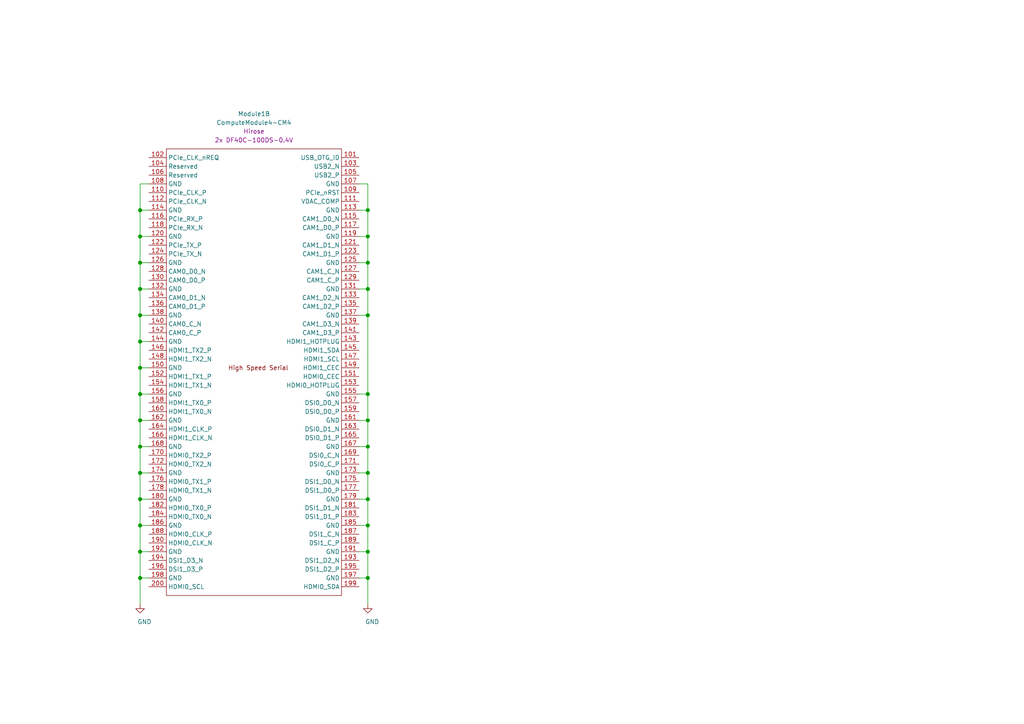
<source format=kicad_sch>
(kicad_sch (version 20250114) (generator "eeschema") (generator_version "9.0")
  (paper "A4")
  (title_block (title "cm4_base") (date "2025-05-06") (rev "0.1") (company "oni"))
  (lib_symbols
    (symbol "CM4IO:ComputeModule4-CM4"
      (property "Reference" "Module" (at 113.03 -68.58 0))
      (property "Value" "ComputeModule4-CM4" (at 140.97 2.54 0))
      (property "Manufacturer" "Hirose" (at 0 0 0))
      (property "MPN" "2x DF40C-100DS-0.4V" (at 0 -2.54 0))
      (property "MPN (Alt)" "2x DF40HC(3.0)-100DS-0.4V" (at 0 0 0))
      (symbol "ComputeModule4-CM4_1_0"
        (text "GPIO" (at 0 6.35 0) (effects (font (size 1.27 1.27))))
      )
      (symbol "ComputeModule4-CM4_1_1"
        (rectangle (start -30.48 -71.12) (end 25.4 58.42))
        (text "600mA Max" (at -8.89 -48.26 0) (effects (font (size 1.27 1.27))))
        (text "600mA Max" (at -8.89 -53.34 0) (effects (font (size 1.27 1.27))))
        (text "NB SD signals are only available" (at -1.27 -27.94 0) (effects (font (size 1.27 1.27))))
        (text "on modules without eMMC" (at -1.27 -30.48 0) (effects (font (size 1.27 1.27))))
        (pin power_in line (at -33.02 55.88 0) (length 2.54) (name "GND") (number "2"))
        (pin passive line (at -33.02 53.34 0) (length 2.54) (name "Ethernet_Pair1_P") (number "4"))
        (pin passive line (at -33.02 50.8 0) (length 2.54) (name "Ethernet_Pair1_N") (number "6"))
        (pin power_in line (at -33.02 48.26 0) (length 2.54) (name "GND") (number "8"))
        (pin passive line (at -33.02 45.72 0) (length 2.54) (name "Ethernet_Pair0_N") (number "10"))
        (pin passive line (at -33.02 43.18 0) (length 2.54) (name "Ethernet_Pair0_P") (number "12"))
        (pin power_in line (at -33.02 40.64 0) (length 2.54) (name "GND") (number "14"))
        (pin input line (at -33.02 38.1 0) (length 2.54) (name "Ethernet_SYNC_IN(1.8v)") (number "16"))
        (pin input line (at -33.02 35.56 0) (length 2.54) (name "Ethernet_SYNC_OUT(1.8v)") (number "18"))
        (pin passive line (at -33.02 33.02 0) (length 2.54) (name "EEPROM_nWP") (number "20"))
        (pin power_in line (at -33.02 30.48 0) (length 2.54) (name "GND") (number "22"))
        (pin passive line (at -33.02 27.94 0) (length 2.54) (name "GPIO26") (number "24"))
        (pin passive line (at -33.02 25.4 0) (length 2.54) (name "GPIO19") (number "26"))
        (pin passive line (at -33.02 22.86 0) (length 2.54) (name "GPIO13") (number "28"))
        (pin passive line (at -33.02 20.32 0) (length 2.54) (name "GPIO6") (number "30"))
        (pin power_in line (at -33.02 17.78 0) (length 2.54) (name "GND") (number "32"))
        (pin passive line (at -33.02 15.24 0) (length 2.54) (name "GPIO5") (number "34"))
        (pin passive line (at -33.02 12.7 0) (length 2.54) (name "ID_SD") (number "36"))
        (pin passive line (at -33.02 10.16 0) (length 2.54) (name "GPIO11") (number "38"))
        (pin passive line (at -33.02 7.62 0) (length 2.54) (name "GPIO9") (number "40"))
        (pin power_in line (at -33.02 5.08 0) (length 2.54) (name "GND") (number "42"))
        (pin passive line (at -33.02 2.54 0) (length 2.54) (name "GPIO10") (number "44"))
        (pin passive line (at -33.02 0 0) (length 2.54) (name "GPIO22") (number "46"))
        (pin passive line (at -33.02 -2.54 0) (length 2.54) (name "GPIO27") (number "48"))
        (pin passive line (at -33.02 -5.08 0) (length 2.54) (name "GPIO17") (number "50"))
        (pin power_in line (at -33.02 -7.62 0) (length 2.54) (name "GND") (number "52"))
        (pin passive line (at -33.02 -10.16 0) (length 2.54) (name "GPIO4") (number "54"))
        (pin passive line (at -33.02 -12.7 0) (length 2.54) (name "GPIO3") (number "56"))
        (pin passive line (at -33.02 -15.24 0) (length 2.54) (name "GPIO2") (number "58"))
        (pin power_in line (at -33.02 -17.78 0) (length 2.54) (name "GND") (number "60"))
        (pin passive line (at -33.02 -20.32 0) (length 2.54) (name "SD_CMD") (number "62"))
        (pin passive line (at -33.02 -22.86 0) (length 2.54) (name "SD_DAT5") (number "64"))
        (pin power_in line (at -33.02 -25.4 0) (length 2.54) (name "GND") (number "66"))
        (pin passive line (at -33.02 -27.94 0) (length 2.54) (name "SD_DAT4") (number "68"))
        (pin passive line (at -33.02 -30.48 0) (length 2.54) (name "SD_DAT7") (number "70"))
        (pin passive line (at -33.02 -33.02 0) (length 2.54) (name "SD_DAT6") (number "72"))
        (pin power_in line (at -33.02 -35.56 0) (length 2.54) (name "GND") (number "74"))
        (pin passive line (at -33.02 -38.1 0) (length 2.54) (name "Reserved") (number "76"))
        (pin power_in line (at -33.02 -40.64 0) (length 2.54) (name "GPIO_VREF(1.8v/3.3v_Input)") (number "78"))
        (pin passive line (at -33.02 -43.18 0) (length 2.54) (name "SCL0") (number "80"))
        (pin passive line (at -33.02 -45.72 0) (length 2.54) (name "SDA0") (number "82"))
        (pin power_out line (at -33.02 -48.26 0) (length 2.54) (name "+3.3v_(Output)") (number "84"))
        (pin power_out line (at -33.02 -50.8 0) (length 2.54) (name "+3.3v_(Output)") (number "86"))
        (pin power_out line (at -33.02 -53.34 0) (length 2.54) (name "+1.8v_(Output)") (number "88"))
        (pin power_out line (at -33.02 -55.88 0) (length 2.54) (name "+1.8v_(Output)") (number "90"))
        (pin passive line (at -33.02 -58.42 0) (length 2.54) (name "RUN_PG") (number "92"))
        (pin passive line (at -33.02 -60.96 0) (length 2.54) (name "AnalogIP0") (number "94"))
        (pin passive line (at -33.02 -63.5 0) (length 2.54) (name "AnalogIP1") (number "96"))
        (pin power_in line (at -33.02 -66.04 0) (length 2.54) (name "GND") (number "98"))
        (pin output line (at -33.02 -68.58 0) (length 2.54) (name "nEXTRST") (number "100"))
        (pin power_in line (at 27.94 55.88 180) (length 2.54) (name "GND") (number "1"))
        (pin passive line (at 27.94 53.34 180) (length 2.54) (name "Ethernet_Pair3_P") (number "3"))
        (pin passive line (at 27.94 50.8 180) (length 2.54) (name "Ethernet_Pair3_N") (number "5"))
        (pin power_in line (at 27.94 48.26 180) (length 2.54) (name "GND") (number "7"))
        (pin passive line (at 27.94 45.72 180) (length 2.54) (name "Ethernet_Pair2_N") (number "9"))
        (pin passive line (at 27.94 43.18 180) (length 2.54) (name "Ethernet_Pair2_P") (number "11"))
        (pin power_in line (at 27.94 40.64 180) (length 2.54) (name "GND") (number "13"))
        (pin output line (at 27.94 38.1 180) (length 2.54) (name "Ethernet_nLED3(3.3v)") (number "15"))
        (pin output line (at 27.94 35.56 180) (length 2.54) (name "Ethernet_nLED2(3.3v)") (number "17"))
        (pin output line (at 27.94 33.02 180) (length 2.54) (name "Ethernet_nLED1(3.3v)") (number "19"))
        (pin open_collector line (at 27.94 30.48 180) (length 2.54) (name "PI_nLED_Activity") (number "21"))
        (pin power_in line (at 27.94 27.94 180) (length 2.54) (name "GND") (number "23"))
        (pin passive line (at 27.94 25.4 180) (length 2.54) (name "GPIO21") (number "25"))
        (pin passive line (at 27.94 22.86 180) (length 2.54) (name "GPIO20") (number "27"))
        (pin passive line (at 27.94 20.32 180) (length 2.54) (name "GPIO16") (number "29"))
        (pin passive line (at 27.94 17.78 180) (length 2.54) (name "GPIO12") (number "31"))
        (pin power_in line (at 27.94 15.24 180) (length 2.54) (name "GND") (number "33"))
        (pin passive line (at 27.94 12.7 180) (length 2.54) (name "ID_SC") (number "35"))
        (pin passive line (at 27.94 10.16 180) (length 2.54) (name "GPIO7") (number "37"))
        (pin passive line (at 27.94 7.62 180) (length 2.54) (name "GPIO8") (number "39"))
        (pin passive line (at 27.94 5.08 180) (length 2.54) (name "GPIO25") (number "41"))
        (pin power_in line (at 27.94 2.54 180) (length 2.54) (name "GND") (number "43"))
        (pin passive line (at 27.94 0 180) (length 2.54) (name "GPIO24") (number "45"))
        (pin passive line (at 27.94 -2.54 180) (length 2.54) (name "GPIO23") (number "47"))
        (pin passive line (at 27.94 -5.08 180) (length 2.54) (name "GPIO18") (number "49"))
        (pin passive line (at 27.94 -7.62 180) (length 2.54) (name "GPIO15") (number "51"))
        (pin power_in line (at 27.94 -10.16 180) (length 2.54) (name "GND") (number "53"))
        (pin passive line (at 27.94 -12.7 180) (length 2.54) (name "GPIO14") (number "55"))
        (pin passive line (at 27.94 -15.24 180) (length 2.54) (name "SD_CLK") (number "57"))
        (pin power_in line (at 27.94 -17.78 180) (length 2.54) (name "GND") (number "59"))
        (pin passive line (at 27.94 -20.32 180) (length 2.54) (name "SD_DAT3") (number "61"))
        (pin passive line (at 27.94 -22.86 180) (length 2.54) (name "SD_DAT0") (number "63"))
        (pin power_in line (at 27.94 -25.4 180) (length 2.54) (name "GND") (number "65"))
        (pin passive line (at 27.94 -27.94 180) (length 2.54) (name "SD_DAT1") (number "67"))
        (pin passive line (at 27.94 -30.48 180) (length 2.54) (name "SD_DAT2") (number "69"))
        (pin power_in line (at 27.94 -33.02 180) (length 2.54) (name "GND") (number "71"))
        (pin input line (at 27.94 -35.56 180) (length 2.54) (name "SD_VDD_Override") (number "73"))
        (pin output line (at 27.94 -38.1 180) (length 2.54) (name "SD_PWR_ON") (number "75"))
        (pin power_in line (at 27.94 -40.64 180) (length 2.54) (name "+5v_(Input)") (number "77"))
        (pin power_in line (at 27.94 -43.18 180) (length 2.54) (name "+5v_(Input)") (number "79"))
        (pin power_in line (at 27.94 -45.72 180) (length 2.54) (name "+5v_(Input)") (number "81"))
        (pin power_in line (at 27.94 -48.26 180) (length 2.54) (name "+5v_(Input)") (number "83"))
        (pin power_in line (at 27.94 -50.8 180) (length 2.54) (name "+5v_(Input)") (number "85"))
        (pin power_in line (at 27.94 -53.34 180) (length 2.54) (name "+5v_(Input)") (number "87"))
        (pin power_in line (at 27.94 -55.88 180) (length 2.54) (name "WiFi_nDisable") (number "89"))
        (pin power_in line (at 27.94 -58.42 180) (length 2.54) (name "BT_nDisable") (number "91"))
        (pin input line (at 27.94 -60.96 180) (length 2.54) (name "nRPIBOOT") (number "93"))
        (pin output line (at 27.94 -63.5 180) (length 2.54) (name "nPI_LED_PWR") (number "95"))
        (pin passive line (at 27.94 -66.04 180) (length 2.54) (name "Camera_GPIO") (number "97"))
        (pin input line (at 27.94 -68.58 180) (length 2.54) (name "Global_EN") (number "99"))
      )
      (symbol "ComputeModule4-CM4_2_1"
        (rectangle (start 114.3 -66.04) (end 165.1 63.5))
        (text "High Speed Serial" (at 140.97 0 0) (effects (font (size 1.27 1.27))))
        (pin input line (at 109.22 60.96 0) (length 5.08) (name "PCIe_CLK_nREQ") (number "102"))
        (pin passive line (at 109.22 58.42 0) (length 5.08) (name "Reserved") (number "104"))
        (pin passive line (at 109.22 55.88 0) (length 5.08) (name "Reserved") (number "106"))
        (pin power_in line (at 109.22 53.34 0) (length 5.08) (name "GND") (number "108"))
        (pin output line (at 109.22 50.8 0) (length 5.08) (name "PCIe_CLK_P") (number "110"))
        (pin output line (at 109.22 48.26 0) (length 5.08) (name "PCIe_CLK_N") (number "112"))
        (pin power_in line (at 109.22 45.72 0) (length 5.08) (name "GND") (number "114"))
        (pin input line (at 109.22 43.18 0) (length 5.08) (name "PCIe_RX_P") (number "116"))
        (pin input line (at 109.22 40.64 0) (length 5.08) (name "PCIe_RX_N") (number "118"))
        (pin power_in line (at 109.22 38.1 0) (length 5.08) (name "GND") (number "120"))
        (pin output line (at 109.22 35.56 0) (length 5.08) (name "PCIe_TX_P") (number "122"))
        (pin output line (at 109.22 33.02 0) (length 5.08) (name "PCIe_TX_N") (number "124"))
        (pin power_in line (at 109.22 30.48 0) (length 5.08) (name "GND") (number "126"))
        (pin input line (at 109.22 27.94 0) (length 5.08) (name "CAM0_D0_N") (number "128"))
        (pin input line (at 109.22 25.4 0) (length 5.08) (name "CAM0_D0_P") (number "130"))
        (pin power_in line (at 109.22 22.86 0) (length 5.08) (name "GND") (number "132"))
        (pin input line (at 109.22 20.32 0) (length 5.08) (name "CAM0_D1_N") (number "134"))
        (pin input line (at 109.22 17.78 0) (length 5.08) (name "CAM0_D1_P") (number "136"))
        (pin power_in line (at 109.22 15.24 0) (length 5.08) (name "GND") (number "138"))
        (pin input line (at 109.22 12.7 0) (length 5.08) (name "CAM0_C_N") (number "140"))
        (pin input line (at 109.22 10.16 0) (length 5.08) (name "CAM0_C_P") (number "142"))
        (pin power_in line (at 109.22 7.62 0) (length 5.08) (name "GND") (number "144"))
        (pin output line (at 109.22 5.08 0) (length 5.08) (name "HDMI1_TX2_P") (number "146"))
        (pin output line (at 109.22 2.54 0) (length 5.08) (name "HDMI1_TX2_N") (number "148"))
        (pin power_in line (at 109.22 0 0) (length 5.08) (name "GND") (number "150"))
        (pin output line (at 109.22 -2.54 0) (length 5.08) (name "HDMI1_TX1_P") (number "152"))
        (pin output line (at 109.22 -5.08 0) (length 5.08) (name "HDMI1_TX1_N") (number "154"))
        (pin power_in line (at 109.22 -7.62 0) (length 5.08) (name "GND") (number "156"))
        (pin output line (at 109.22 -10.16 0) (length 5.08) (name "HDMI1_TX0_P") (number "158"))
        (pin output line (at 109.22 -12.7 0) (length 5.08) (name "HDMI1_TX0_N") (number "160"))
        (pin power_in line (at 109.22 -15.24 0) (length 5.08) (name "GND") (number "162"))
        (pin output line (at 109.22 -17.78 0) (length 5.08) (name "HDMI1_CLK_P") (number "164"))
        (pin output line (at 109.22 -20.32 0) (length 5.08) (name "HDMI1_CLK_N") (number "166"))
        (pin power_in line (at 109.22 -22.86 0) (length 5.08) (name "GND") (number "168"))
        (pin output line (at 109.22 -25.4 0) (length 5.08) (name "HDMI0_TX2_P") (number "170"))
        (pin output line (at 109.22 -27.94 0) (length 5.08) (name "HDMI0_TX2_N") (number "172"))
        (pin power_in line (at 109.22 -30.48 0) (length 5.08) (name "GND") (number "174"))
        (pin output line (at 109.22 -33.02 0) (length 5.08) (name "HDMI0_TX1_P") (number "176"))
        (pin output line (at 109.22 -35.56 0) (length 5.08) (name "HDMI0_TX1_N") (number "178"))
        (pin power_in line (at 109.22 -38.1 0) (length 5.08) (name "GND") (number "180"))
        (pin output line (at 109.22 -40.64 0) (length 5.08) (name "HDMI0_TX0_P") (number "182"))
        (pin output line (at 109.22 -43.18 0) (length 5.08) (name "HDMI0_TX0_N") (number "184"))
        (pin power_in line (at 109.22 -45.72 0) (length 5.08) (name "GND") (number "186"))
        (pin output line (at 109.22 -48.26 0) (length 5.08) (name "HDMI0_CLK_P") (number "188"))
        (pin output line (at 109.22 -50.8 0) (length 5.08) (name "HDMI0_CLK_N") (number "190"))
        (pin power_in line (at 109.22 -53.34 0) (length 5.08) (name "GND") (number "192"))
        (pin output line (at 109.22 -55.88 0) (length 5.08) (name "DSI1_D3_N") (number "194"))
        (pin output line (at 109.22 -58.42 0) (length 5.08) (name "DSI1_D3_P") (number "196"))
        (pin power_in line (at 109.22 -60.96 0) (length 5.08) (name "GND") (number "198"))
        (pin open_collector line (at 109.22 -63.5 0) (length 5.08) (name "HDMI0_SCL") (number "200"))
        (pin input line (at 170.18 60.96 180) (length 5.08) (name "USB_OTG_ID") (number "101"))
        (pin passive line (at 170.18 58.42 180) (length 5.08) (name "USB2_N") (number "103"))
        (pin passive line (at 170.18 55.88 180) (length 5.08) (name "USB2_P") (number "105"))
        (pin power_in line (at 170.18 53.34 180) (length 5.08) (name "GND") (number "107"))
        (pin bidirectional line (at 170.18 50.8 180) (length 5.08) (name "PCIe_nRST") (number "109"))
        (pin passive line (at 170.18 48.26 180) (length 5.08) (name "VDAC_COMP") (number "111"))
        (pin power_in line (at 170.18 45.72 180) (length 5.08) (name "GND") (number "113"))
        (pin input line (at 170.18 43.18 180) (length 5.08) (name "CAM1_D0_N") (number "115"))
        (pin input line (at 170.18 40.64 180) (length 5.08) (name "CAM1_D0_P") (number "117"))
        (pin power_in line (at 170.18 38.1 180) (length 5.08) (name "GND") (number "119"))
        (pin input line (at 170.18 35.56 180) (length 5.08) (name "CAM1_D1_N") (number "121"))
        (pin input line (at 170.18 33.02 180) (length 5.08) (name "CAM1_D1_P") (number "123"))
        (pin power_in line (at 170.18 30.48 180) (length 5.08) (name "GND") (number "125"))
        (pin input line (at 170.18 27.94 180) (length 5.08) (name "CAM1_C_N") (number "127"))
        (pin input line (at 170.18 25.4 180) (length 5.08) (name "CAM1_C_P") (number "129"))
        (pin power_in line (at 170.18 22.86 180) (length 5.08) (name "GND") (number "131"))
        (pin input line (at 170.18 20.32 180) (length 5.08) (name "CAM1_D2_N") (number "133"))
        (pin input line (at 170.18 17.78 180) (length 5.08) (name "CAM1_D2_P") (number "135"))
        (pin power_in line (at 170.18 15.24 180) (length 5.08) (name "GND") (number "137"))
        (pin input line (at 170.18 12.7 180) (length 5.08) (name "CAM1_D3_N") (number "139"))
        (pin input line (at 170.18 10.16 180) (length 5.08) (name "CAM1_D3_P") (number "141"))
        (pin input line (at 170.18 7.62 180) (length 5.08) (name "HDMI1_HOTPLUG") (number "143"))
        (pin bidirectional line (at 170.18 5.08 180) (length 5.08) (name "HDMI1_SDA") (number "145"))
        (pin open_collector line (at 170.18 2.54 180) (length 5.08) (name "HDMI1_SCL") (number "147"))
        (pin open_collector line (at 170.18 0 180) (length 5.08) (name "HDMI1_CEC") (number "149"))
        (pin open_collector line (at 170.18 -2.54 180) (length 5.08) (name "HDMI0_CEC") (number "151"))
        (pin input line (at 170.18 -5.08 180) (length 5.08) (name "HDMI0_HOTPLUG") (number "153"))
        (pin power_in line (at 170.18 -7.62 180) (length 5.08) (name "GND") (number "155"))
        (pin output line (at 170.18 -10.16 180) (length 5.08) (name "DSI0_D0_N") (number "157"))
        (pin output line (at 170.18 -12.7 180) (length 5.08) (name "DSI0_D0_P") (number "159"))
        (pin power_in line (at 170.18 -15.24 180) (length 5.08) (name "GND") (number "161"))
        (pin output line (at 170.18 -17.78 180) (length 5.08) (name "DSI0_D1_N") (number "163"))
        (pin output line (at 170.18 -20.32 180) (length 5.08) (name "DSI0_D1_P") (number "165"))
        (pin power_in line (at 170.18 -22.86 180) (length 5.08) (name "GND") (number "167"))
        (pin output line (at 170.18 -25.4 180) (length 5.08) (name "DSI0_C_N") (number "169"))
        (pin output line (at 170.18 -27.94 180) (length 5.08) (name "DSI0_C_P") (number "171"))
        (pin power_in line (at 170.18 -30.48 180) (length 5.08) (name "GND") (number "173"))
        (pin output line (at 170.18 -33.02 180) (length 5.08) (name "DSI1_D0_N") (number "175"))
        (pin output line (at 170.18 -35.56 180) (length 5.08) (name "DSI1_D0_P") (number "177"))
        (pin power_in line (at 170.18 -38.1 180) (length 5.08) (name "GND") (number "179"))
        (pin output line (at 170.18 -40.64 180) (length 5.08) (name "DSI1_D1_N") (number "181"))
        (pin output line (at 170.18 -43.18 180) (length 5.08) (name "DSI1_D1_P") (number "183"))
        (pin power_in line (at 170.18 -45.72 180) (length 5.08) (name "GND") (number "185"))
        (pin output line (at 170.18 -48.26 180) (length 5.08) (name "DSI1_C_N") (number "187"))
        (pin output line (at 170.18 -50.8 180) (length 5.08) (name "DSI1_C_P") (number "189"))
        (pin power_in line (at 170.18 -53.34 180) (length 5.08) (name "GND") (number "191"))
        (pin output line (at 170.18 -55.88 180) (length 5.08) (name "DSI1_D2_N") (number "193"))
        (pin output line (at 170.18 -58.42 180) (length 5.08) (name "DSI1_D2_P") (number "195"))
        (pin power_in line (at 170.18 -60.96 180) (length 5.08) (name "GND") (number "197"))
        (pin bidirectional line (at 170.18 -63.5 180) (length 5.08) (name "HDMI0_SDA") (number "199"))
      )
    )
    (symbol "power:GND" (power) (pin_names (offset 0))
      (property "Value" "GND" (at 0 -3.81 0))
      (symbol "GND_0_1"
        (polyline (pts (xy 0 0) (xy 0 -1.27) (xy 1.27 -1.27) (xy 0 -2.54) (xy -1.27 -1.27) (xy 0 -1.27)))
      )
      (symbol "GND_1_1"
        (pin power_in line (at 0 0 270) (length 0) (hide yes) (name "GND") (number "1"))
      )
    )
  )
  (junction (at 40.64 129.54) (diameter 1.016))
  (junction (at 106.68 91.44) (diameter 1.016))
  (junction (at 40.64 167.64) (diameter 1.016))
  (junction (at 106.68 68.58) (diameter 1.016))
  (junction (at 106.68 60.96) (diameter 1.016))
  (junction (at 40.64 137.16) (diameter 1.016))
  (junction (at 40.64 144.78) (diameter 1.016))
  (junction (at 40.64 60.96) (diameter 1.016))
  (junction (at 106.68 137.16) (diameter 1.016))
  (junction (at 40.64 99.06) (diameter 1.016))
  (junction (at 106.68 167.64) (diameter 1.016))
  (junction (at 106.68 160.02) (diameter 1.016))
  (junction (at 40.64 152.4) (diameter 1.016))
  (junction (at 106.68 76.2) (diameter 1.016))
  (junction (at 106.68 114.3) (diameter 1.016))
  (junction (at 40.64 68.58) (diameter 1.016))
  (junction (at 40.64 91.44) (diameter 1.016))
  (junction (at 106.68 83.82) (diameter 1.016))
  (junction (at 40.64 121.92) (diameter 1.016))
  (junction (at 106.68 152.4) (diameter 1.016))
  (junction (at 40.64 106.68) (diameter 1.016))
  (junction (at 40.64 114.3) (diameter 1.016))
  (junction (at 40.64 76.2) (diameter 1.016))
  (junction (at 106.68 144.78) (diameter 1.016))
  (junction (at 106.68 121.92) (diameter 1.016))
  (junction (at 40.64 160.02) (diameter 1.016))
  (junction (at 106.68 129.54) (diameter 1.016))
  (junction (at 40.64 83.82) (diameter 1.016))
  (wire (pts (xy 40.64 60.96) (xy 40.64 68.58)))
  (wire (pts (xy 106.68 91.44) (xy 106.68 114.3)))
  (wire (pts (xy 40.64 144.78) (xy 43.18 144.78)))
  (wire (pts (xy 106.68 144.78) (xy 106.68 152.4)))
  (wire (pts (xy 40.64 114.3) (xy 40.64 121.92)))
  (wire (pts (xy 106.68 60.96) (xy 106.68 68.58)))
  (wire (pts (xy 104.14 53.34) (xy 106.68 53.34)))
  (wire (pts (xy 104.14 137.16) (xy 106.68 137.16)))
  (wire (pts (xy 40.64 167.64) (xy 40.64 175.26)))
  (wire (pts (xy 40.64 129.54) (xy 43.18 129.54)))
  (wire (pts (xy 106.68 53.34) (xy 106.68 60.96)))
  (wire (pts (xy 40.64 91.44) (xy 43.18 91.44)))
  (wire (pts (xy 104.14 129.54) (xy 106.68 129.54)))
  (wire (pts (xy 40.64 152.4) (xy 43.18 152.4)))
  (wire (pts (xy 104.14 91.44) (xy 106.68 91.44)))
  (wire (pts (xy 104.14 114.3) (xy 106.68 114.3)))
  (wire (pts (xy 40.64 91.44) (xy 40.64 99.06)))
  (wire (pts (xy 104.14 160.02) (xy 106.68 160.02)))
  (wire (pts (xy 40.64 76.2) (xy 43.18 76.2)))
  (wire (pts (xy 106.68 167.64) (xy 106.68 175.26)))
  (wire (pts (xy 40.64 137.16) (xy 40.64 144.78)))
  (wire (pts (xy 104.14 121.92) (xy 106.68 121.92)))
  (wire (pts (xy 40.64 99.06) (xy 40.64 106.68)))
  (wire (pts (xy 40.64 144.78) (xy 40.64 152.4)))
  (wire (pts (xy 104.14 76.2) (xy 106.68 76.2)))
  (wire (pts (xy 40.64 53.34) (xy 43.18 53.34)))
  (wire (pts (xy 106.68 129.54) (xy 106.68 137.16)))
  (wire (pts (xy 40.64 68.58) (xy 40.64 76.2)))
  (wire (pts (xy 106.68 114.3) (xy 106.68 121.92)))
  (wire (pts (xy 40.64 137.16) (xy 43.18 137.16)))
  (wire (pts (xy 106.68 152.4) (xy 106.68 160.02)))
  (wire (pts (xy 40.64 121.92) (xy 40.64 129.54)))
  (wire (pts (xy 40.64 114.3) (xy 43.18 114.3)))
  (wire (pts (xy 104.14 68.58) (xy 106.68 68.58)))
  (wire (pts (xy 106.68 76.2) (xy 106.68 83.82)))
  (wire (pts (xy 104.14 152.4) (xy 106.68 152.4)))
  (wire (pts (xy 106.68 68.58) (xy 106.68 76.2)))
  (wire (pts (xy 40.64 167.64) (xy 43.18 167.64)))
  (wire (pts (xy 106.68 121.92) (xy 106.68 129.54)))
  (wire (pts (xy 40.64 160.02) (xy 40.64 167.64)))
  (wire (pts (xy 40.64 106.68) (xy 40.64 114.3)))
  (wire (pts (xy 106.68 83.82) (xy 106.68 91.44)))
  (wire (pts (xy 104.14 167.64) (xy 106.68 167.64)))
  (wire (pts (xy 106.68 160.02) (xy 106.68 167.64)))
  (wire (pts (xy 104.14 144.78) (xy 106.68 144.78)))
  (wire (pts (xy 40.64 76.2) (xy 40.64 83.82)))
  (wire (pts (xy 40.64 83.82) (xy 43.18 83.82)))
  (wire (pts (xy 40.64 60.96) (xy 43.18 60.96)))
  (wire (pts (xy 40.64 152.4) (xy 40.64 160.02)))
  (wire (pts (xy 104.14 83.82) (xy 106.68 83.82)))
  (wire (pts (xy 40.64 129.54) (xy 40.64 137.16)))
  (wire (pts (xy 40.64 121.92) (xy 43.18 121.92)))
  (wire (pts (xy 104.14 60.96) (xy 106.68 60.96)))
  (wire (pts (xy 40.64 53.34) (xy 40.64 60.96)))
  (wire (pts (xy 40.64 83.82) (xy 40.64 91.44)))
  (wire (pts (xy 40.64 68.58) (xy 43.18 68.58)))
  (wire (pts (xy 40.64 106.68) (xy 43.18 106.68)))
  (wire (pts (xy 106.68 137.16) (xy 106.68 144.78)))
  (wire (pts (xy 40.64 160.02) (xy 43.18 160.02)))
  (wire (pts (xy 40.64 99.06) (xy 43.18 99.06)))
  (symbol (lib_id "power:GND") (at 40.64 175.26 0) (unit 1)
    (property "Reference" "#PWR?" (effects (hide yes)))
    (property "Value" "GND" (at 41.91 180.34 0))
  )
  (symbol (lib_id "power:GND") (at 106.68 175.26 0) (unit 1)
    (property "Reference" "#PWR?" (effects (hide yes)))
    (property "Value" "GND" (at 107.95 180.34 0))
  )
  (symbol (lib_id "CM4IO:ComputeModule4-CM4") (at -66.04 106.68 0) (unit 2)
    (property "Reference" "Module1" (at 73.66 33.02 0))
    (property "Value" "ComputeModule4-CM4" (at 73.66 35.56 0))
    (property "Footprint" "CM4IO:Raspberry-Pi-4-Compute-Module" (effects (hide yes)))
    (property "Field4" "Hirose" (at 73.66 38.1 0))
    (property "Field5" "2x DF40C-100DS-0.4V" (at 73.66 40.64 0))
    (property "Digi-Key_PN" "2x H11615CT-ND" (effects (hide yes)))
    (property "Digi-Key_PN (Alt)" "2x H124602CT-ND" (effects (hide yes)))
    (property "Manufacturer" "Hirose" (at -66.04 106.68 0))
    (property "MPN" "2x DF40C-100DS-0.4V" (at -66.04 109.22 0))
    (property "MPN (Alt)" "2x DF40HC(3.0)-100DS-0.4V" (at -66.04 106.68 0))
  )
)
</source>
